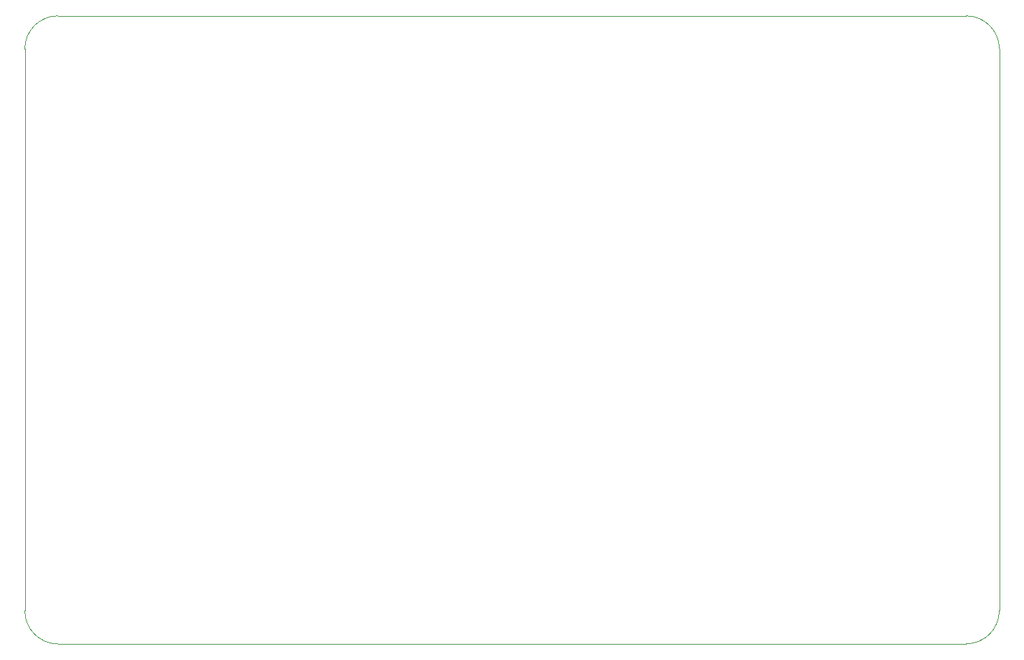
<source format=gm1>
G04 #@! TF.GenerationSoftware,KiCad,Pcbnew,(6.0.10)*
G04 #@! TF.CreationDate,2023-04-22T01:24:50-05:00*
G04 #@! TF.ProjectId,SignalStack_Board,5369676e-616c-4537-9461-636b5f426f61,rev?*
G04 #@! TF.SameCoordinates,Original*
G04 #@! TF.FileFunction,Profile,NP*
%FSLAX46Y46*%
G04 Gerber Fmt 4.6, Leading zero omitted, Abs format (unit mm)*
G04 Created by KiCad (PCBNEW (6.0.10)) date 2023-04-22 01:24:50*
%MOMM*%
%LPD*%
G01*
G04 APERTURE LIST*
G04 #@! TA.AperFunction,Profile*
%ADD10C,0.100000*%
G04 #@! TD*
G04 APERTURE END LIST*
D10*
X243840000Y-103936800D02*
X243847039Y-35756161D01*
X129736161Y-31742961D02*
X239833839Y-31742961D01*
X125722961Y-103943839D02*
X125722961Y-35756161D01*
X239826800Y-107950000D02*
X129736161Y-107957039D01*
X129736161Y-31742961D02*
G75*
G03*
X125722961Y-35756161I39J-4013239D01*
G01*
X243847039Y-35756161D02*
G75*
G03*
X239833839Y-31742961I-4013239J-39D01*
G01*
X125722961Y-103943839D02*
G75*
G03*
X129736161Y-107957039I4013239J39D01*
G01*
X239826800Y-107950000D02*
G75*
G03*
X243840000Y-103936800I0J4013200D01*
G01*
M02*

</source>
